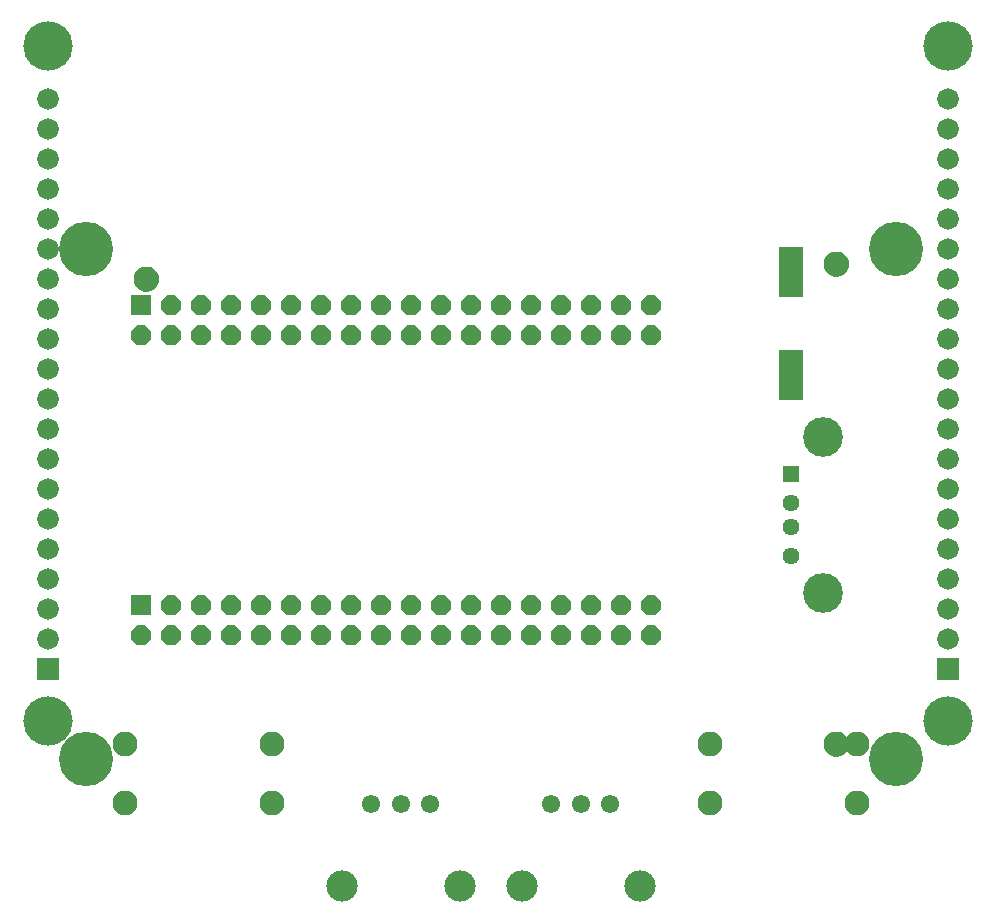
<source format=gbr>
G04 EAGLE Gerber RS-274X export*
G75*
%MOMM*%
%FSLAX34Y34*%
%LPD*%
%INSoldermask Bottom*%
%IPPOS*%
%AMOC8*
5,1,8,0,0,1.08239X$1,22.5*%
G01*
%ADD10R,1.676400X1.676400*%
%ADD11P,1.814519X8X22.500000*%
%ADD12C,1.552400*%
%ADD13C,2.652400*%
%ADD14C,2.112400*%
%ADD15C,4.597400*%
%ADD16C,0.609600*%
%ADD17C,1.168400*%
%ADD18R,1.440400X1.440400*%
%ADD19C,1.440400*%
%ADD20C,3.372400*%
%ADD21R,2.152400X4.252400*%
%ADD22R,1.828800X1.828800*%
%ADD23C,1.828800*%
%ADD24C,4.168400*%


D10*
X84500Y421900D03*
D11*
X84500Y396500D03*
X109900Y421900D03*
X109900Y396500D03*
X135300Y421900D03*
X135300Y396500D03*
X160700Y421900D03*
X160700Y396500D03*
X186100Y421900D03*
X186100Y396500D03*
X211500Y421900D03*
X211500Y396500D03*
X236900Y421900D03*
X236900Y396500D03*
X262300Y421900D03*
X262300Y396500D03*
X287700Y421900D03*
X287700Y396500D03*
X313100Y421900D03*
X313100Y396500D03*
X338500Y421900D03*
X338500Y396500D03*
X363900Y421900D03*
X363900Y396500D03*
X389300Y421900D03*
X389300Y396500D03*
X414700Y421900D03*
X414700Y396500D03*
X440100Y421900D03*
X440100Y396500D03*
X465500Y421900D03*
X465500Y396500D03*
X490900Y421900D03*
X490900Y396500D03*
X516300Y421900D03*
X516300Y396500D03*
D10*
X84500Y167900D03*
D11*
X84500Y142500D03*
X109900Y167900D03*
X109900Y142500D03*
X135300Y167900D03*
X135300Y142500D03*
X160700Y167900D03*
X160700Y142500D03*
X186100Y167900D03*
X186100Y142500D03*
X211500Y167900D03*
X211500Y142500D03*
X236900Y167900D03*
X236900Y142500D03*
X262300Y167900D03*
X262300Y142500D03*
X287700Y167900D03*
X287700Y142500D03*
X313100Y167900D03*
X313100Y142500D03*
X338500Y167900D03*
X338500Y142500D03*
X363900Y167900D03*
X363900Y142500D03*
X389300Y167900D03*
X389300Y142500D03*
X414700Y167900D03*
X414700Y142500D03*
X440100Y167900D03*
X440100Y142500D03*
X465500Y167900D03*
X465500Y142500D03*
X490900Y167900D03*
X490900Y142500D03*
X516300Y167900D03*
X516300Y142500D03*
D12*
X482200Y0D03*
X457200Y0D03*
X432200Y0D03*
D13*
X507200Y-70000D03*
X407200Y-70000D03*
D14*
X70850Y400D03*
X70850Y50400D03*
X195850Y50400D03*
X195850Y400D03*
D15*
X38100Y469900D03*
X38100Y38100D03*
X723900Y38100D03*
X723900Y469900D03*
D16*
X81280Y444500D02*
X81282Y444687D01*
X81289Y444874D01*
X81301Y445061D01*
X81317Y445247D01*
X81337Y445433D01*
X81362Y445618D01*
X81392Y445803D01*
X81426Y445987D01*
X81465Y446170D01*
X81508Y446352D01*
X81556Y446532D01*
X81608Y446712D01*
X81665Y446890D01*
X81725Y447067D01*
X81791Y447242D01*
X81860Y447416D01*
X81934Y447588D01*
X82012Y447758D01*
X82094Y447926D01*
X82180Y448092D01*
X82270Y448256D01*
X82364Y448417D01*
X82462Y448577D01*
X82564Y448733D01*
X82670Y448888D01*
X82780Y449039D01*
X82893Y449188D01*
X83010Y449334D01*
X83130Y449477D01*
X83254Y449617D01*
X83381Y449754D01*
X83512Y449888D01*
X83646Y450019D01*
X83783Y450146D01*
X83923Y450270D01*
X84066Y450390D01*
X84212Y450507D01*
X84361Y450620D01*
X84512Y450730D01*
X84667Y450836D01*
X84823Y450938D01*
X84983Y451036D01*
X85144Y451130D01*
X85308Y451220D01*
X85474Y451306D01*
X85642Y451388D01*
X85812Y451466D01*
X85984Y451540D01*
X86158Y451609D01*
X86333Y451675D01*
X86510Y451735D01*
X86688Y451792D01*
X86868Y451844D01*
X87048Y451892D01*
X87230Y451935D01*
X87413Y451974D01*
X87597Y452008D01*
X87782Y452038D01*
X87967Y452063D01*
X88153Y452083D01*
X88339Y452099D01*
X88526Y452111D01*
X88713Y452118D01*
X88900Y452120D01*
X89087Y452118D01*
X89274Y452111D01*
X89461Y452099D01*
X89647Y452083D01*
X89833Y452063D01*
X90018Y452038D01*
X90203Y452008D01*
X90387Y451974D01*
X90570Y451935D01*
X90752Y451892D01*
X90932Y451844D01*
X91112Y451792D01*
X91290Y451735D01*
X91467Y451675D01*
X91642Y451609D01*
X91816Y451540D01*
X91988Y451466D01*
X92158Y451388D01*
X92326Y451306D01*
X92492Y451220D01*
X92656Y451130D01*
X92817Y451036D01*
X92977Y450938D01*
X93133Y450836D01*
X93288Y450730D01*
X93439Y450620D01*
X93588Y450507D01*
X93734Y450390D01*
X93877Y450270D01*
X94017Y450146D01*
X94154Y450019D01*
X94288Y449888D01*
X94419Y449754D01*
X94546Y449617D01*
X94670Y449477D01*
X94790Y449334D01*
X94907Y449188D01*
X95020Y449039D01*
X95130Y448888D01*
X95236Y448733D01*
X95338Y448577D01*
X95436Y448417D01*
X95530Y448256D01*
X95620Y448092D01*
X95706Y447926D01*
X95788Y447758D01*
X95866Y447588D01*
X95940Y447416D01*
X96009Y447242D01*
X96075Y447067D01*
X96135Y446890D01*
X96192Y446712D01*
X96244Y446532D01*
X96292Y446352D01*
X96335Y446170D01*
X96374Y445987D01*
X96408Y445803D01*
X96438Y445618D01*
X96463Y445433D01*
X96483Y445247D01*
X96499Y445061D01*
X96511Y444874D01*
X96518Y444687D01*
X96520Y444500D01*
X96518Y444313D01*
X96511Y444126D01*
X96499Y443939D01*
X96483Y443753D01*
X96463Y443567D01*
X96438Y443382D01*
X96408Y443197D01*
X96374Y443013D01*
X96335Y442830D01*
X96292Y442648D01*
X96244Y442468D01*
X96192Y442288D01*
X96135Y442110D01*
X96075Y441933D01*
X96009Y441758D01*
X95940Y441584D01*
X95866Y441412D01*
X95788Y441242D01*
X95706Y441074D01*
X95620Y440908D01*
X95530Y440744D01*
X95436Y440583D01*
X95338Y440423D01*
X95236Y440267D01*
X95130Y440112D01*
X95020Y439961D01*
X94907Y439812D01*
X94790Y439666D01*
X94670Y439523D01*
X94546Y439383D01*
X94419Y439246D01*
X94288Y439112D01*
X94154Y438981D01*
X94017Y438854D01*
X93877Y438730D01*
X93734Y438610D01*
X93588Y438493D01*
X93439Y438380D01*
X93288Y438270D01*
X93133Y438164D01*
X92977Y438062D01*
X92817Y437964D01*
X92656Y437870D01*
X92492Y437780D01*
X92326Y437694D01*
X92158Y437612D01*
X91988Y437534D01*
X91816Y437460D01*
X91642Y437391D01*
X91467Y437325D01*
X91290Y437265D01*
X91112Y437208D01*
X90932Y437156D01*
X90752Y437108D01*
X90570Y437065D01*
X90387Y437026D01*
X90203Y436992D01*
X90018Y436962D01*
X89833Y436937D01*
X89647Y436917D01*
X89461Y436901D01*
X89274Y436889D01*
X89087Y436882D01*
X88900Y436880D01*
X88713Y436882D01*
X88526Y436889D01*
X88339Y436901D01*
X88153Y436917D01*
X87967Y436937D01*
X87782Y436962D01*
X87597Y436992D01*
X87413Y437026D01*
X87230Y437065D01*
X87048Y437108D01*
X86868Y437156D01*
X86688Y437208D01*
X86510Y437265D01*
X86333Y437325D01*
X86158Y437391D01*
X85984Y437460D01*
X85812Y437534D01*
X85642Y437612D01*
X85474Y437694D01*
X85308Y437780D01*
X85144Y437870D01*
X84983Y437964D01*
X84823Y438062D01*
X84667Y438164D01*
X84512Y438270D01*
X84361Y438380D01*
X84212Y438493D01*
X84066Y438610D01*
X83923Y438730D01*
X83783Y438854D01*
X83646Y438981D01*
X83512Y439112D01*
X83381Y439246D01*
X83254Y439383D01*
X83130Y439523D01*
X83010Y439666D01*
X82893Y439812D01*
X82780Y439961D01*
X82670Y440112D01*
X82564Y440267D01*
X82462Y440423D01*
X82364Y440583D01*
X82270Y440744D01*
X82180Y440908D01*
X82094Y441074D01*
X82012Y441242D01*
X81934Y441412D01*
X81860Y441584D01*
X81791Y441758D01*
X81725Y441933D01*
X81665Y442110D01*
X81608Y442288D01*
X81556Y442468D01*
X81508Y442648D01*
X81465Y442830D01*
X81426Y443013D01*
X81392Y443197D01*
X81362Y443382D01*
X81337Y443567D01*
X81317Y443753D01*
X81301Y443939D01*
X81289Y444126D01*
X81282Y444313D01*
X81280Y444500D01*
D17*
X88900Y444500D03*
D16*
X665480Y457200D02*
X665482Y457387D01*
X665489Y457574D01*
X665501Y457761D01*
X665517Y457947D01*
X665537Y458133D01*
X665562Y458318D01*
X665592Y458503D01*
X665626Y458687D01*
X665665Y458870D01*
X665708Y459052D01*
X665756Y459232D01*
X665808Y459412D01*
X665865Y459590D01*
X665925Y459767D01*
X665991Y459942D01*
X666060Y460116D01*
X666134Y460288D01*
X666212Y460458D01*
X666294Y460626D01*
X666380Y460792D01*
X666470Y460956D01*
X666564Y461117D01*
X666662Y461277D01*
X666764Y461433D01*
X666870Y461588D01*
X666980Y461739D01*
X667093Y461888D01*
X667210Y462034D01*
X667330Y462177D01*
X667454Y462317D01*
X667581Y462454D01*
X667712Y462588D01*
X667846Y462719D01*
X667983Y462846D01*
X668123Y462970D01*
X668266Y463090D01*
X668412Y463207D01*
X668561Y463320D01*
X668712Y463430D01*
X668867Y463536D01*
X669023Y463638D01*
X669183Y463736D01*
X669344Y463830D01*
X669508Y463920D01*
X669674Y464006D01*
X669842Y464088D01*
X670012Y464166D01*
X670184Y464240D01*
X670358Y464309D01*
X670533Y464375D01*
X670710Y464435D01*
X670888Y464492D01*
X671068Y464544D01*
X671248Y464592D01*
X671430Y464635D01*
X671613Y464674D01*
X671797Y464708D01*
X671982Y464738D01*
X672167Y464763D01*
X672353Y464783D01*
X672539Y464799D01*
X672726Y464811D01*
X672913Y464818D01*
X673100Y464820D01*
X673287Y464818D01*
X673474Y464811D01*
X673661Y464799D01*
X673847Y464783D01*
X674033Y464763D01*
X674218Y464738D01*
X674403Y464708D01*
X674587Y464674D01*
X674770Y464635D01*
X674952Y464592D01*
X675132Y464544D01*
X675312Y464492D01*
X675490Y464435D01*
X675667Y464375D01*
X675842Y464309D01*
X676016Y464240D01*
X676188Y464166D01*
X676358Y464088D01*
X676526Y464006D01*
X676692Y463920D01*
X676856Y463830D01*
X677017Y463736D01*
X677177Y463638D01*
X677333Y463536D01*
X677488Y463430D01*
X677639Y463320D01*
X677788Y463207D01*
X677934Y463090D01*
X678077Y462970D01*
X678217Y462846D01*
X678354Y462719D01*
X678488Y462588D01*
X678619Y462454D01*
X678746Y462317D01*
X678870Y462177D01*
X678990Y462034D01*
X679107Y461888D01*
X679220Y461739D01*
X679330Y461588D01*
X679436Y461433D01*
X679538Y461277D01*
X679636Y461117D01*
X679730Y460956D01*
X679820Y460792D01*
X679906Y460626D01*
X679988Y460458D01*
X680066Y460288D01*
X680140Y460116D01*
X680209Y459942D01*
X680275Y459767D01*
X680335Y459590D01*
X680392Y459412D01*
X680444Y459232D01*
X680492Y459052D01*
X680535Y458870D01*
X680574Y458687D01*
X680608Y458503D01*
X680638Y458318D01*
X680663Y458133D01*
X680683Y457947D01*
X680699Y457761D01*
X680711Y457574D01*
X680718Y457387D01*
X680720Y457200D01*
X680718Y457013D01*
X680711Y456826D01*
X680699Y456639D01*
X680683Y456453D01*
X680663Y456267D01*
X680638Y456082D01*
X680608Y455897D01*
X680574Y455713D01*
X680535Y455530D01*
X680492Y455348D01*
X680444Y455168D01*
X680392Y454988D01*
X680335Y454810D01*
X680275Y454633D01*
X680209Y454458D01*
X680140Y454284D01*
X680066Y454112D01*
X679988Y453942D01*
X679906Y453774D01*
X679820Y453608D01*
X679730Y453444D01*
X679636Y453283D01*
X679538Y453123D01*
X679436Y452967D01*
X679330Y452812D01*
X679220Y452661D01*
X679107Y452512D01*
X678990Y452366D01*
X678870Y452223D01*
X678746Y452083D01*
X678619Y451946D01*
X678488Y451812D01*
X678354Y451681D01*
X678217Y451554D01*
X678077Y451430D01*
X677934Y451310D01*
X677788Y451193D01*
X677639Y451080D01*
X677488Y450970D01*
X677333Y450864D01*
X677177Y450762D01*
X677017Y450664D01*
X676856Y450570D01*
X676692Y450480D01*
X676526Y450394D01*
X676358Y450312D01*
X676188Y450234D01*
X676016Y450160D01*
X675842Y450091D01*
X675667Y450025D01*
X675490Y449965D01*
X675312Y449908D01*
X675132Y449856D01*
X674952Y449808D01*
X674770Y449765D01*
X674587Y449726D01*
X674403Y449692D01*
X674218Y449662D01*
X674033Y449637D01*
X673847Y449617D01*
X673661Y449601D01*
X673474Y449589D01*
X673287Y449582D01*
X673100Y449580D01*
X672913Y449582D01*
X672726Y449589D01*
X672539Y449601D01*
X672353Y449617D01*
X672167Y449637D01*
X671982Y449662D01*
X671797Y449692D01*
X671613Y449726D01*
X671430Y449765D01*
X671248Y449808D01*
X671068Y449856D01*
X670888Y449908D01*
X670710Y449965D01*
X670533Y450025D01*
X670358Y450091D01*
X670184Y450160D01*
X670012Y450234D01*
X669842Y450312D01*
X669674Y450394D01*
X669508Y450480D01*
X669344Y450570D01*
X669183Y450664D01*
X669023Y450762D01*
X668867Y450864D01*
X668712Y450970D01*
X668561Y451080D01*
X668412Y451193D01*
X668266Y451310D01*
X668123Y451430D01*
X667983Y451554D01*
X667846Y451681D01*
X667712Y451812D01*
X667581Y451946D01*
X667454Y452083D01*
X667330Y452223D01*
X667210Y452366D01*
X667093Y452512D01*
X666980Y452661D01*
X666870Y452812D01*
X666764Y452967D01*
X666662Y453123D01*
X666564Y453283D01*
X666470Y453444D01*
X666380Y453608D01*
X666294Y453774D01*
X666212Y453942D01*
X666134Y454112D01*
X666060Y454284D01*
X665991Y454458D01*
X665925Y454633D01*
X665865Y454810D01*
X665808Y454988D01*
X665756Y455168D01*
X665708Y455348D01*
X665665Y455530D01*
X665626Y455713D01*
X665592Y455897D01*
X665562Y456082D01*
X665537Y456267D01*
X665517Y456453D01*
X665501Y456639D01*
X665489Y456826D01*
X665482Y457013D01*
X665480Y457200D01*
D17*
X673100Y457200D03*
D16*
X665480Y50800D02*
X665482Y50987D01*
X665489Y51174D01*
X665501Y51361D01*
X665517Y51547D01*
X665537Y51733D01*
X665562Y51918D01*
X665592Y52103D01*
X665626Y52287D01*
X665665Y52470D01*
X665708Y52652D01*
X665756Y52832D01*
X665808Y53012D01*
X665865Y53190D01*
X665925Y53367D01*
X665991Y53542D01*
X666060Y53716D01*
X666134Y53888D01*
X666212Y54058D01*
X666294Y54226D01*
X666380Y54392D01*
X666470Y54556D01*
X666564Y54717D01*
X666662Y54877D01*
X666764Y55033D01*
X666870Y55188D01*
X666980Y55339D01*
X667093Y55488D01*
X667210Y55634D01*
X667330Y55777D01*
X667454Y55917D01*
X667581Y56054D01*
X667712Y56188D01*
X667846Y56319D01*
X667983Y56446D01*
X668123Y56570D01*
X668266Y56690D01*
X668412Y56807D01*
X668561Y56920D01*
X668712Y57030D01*
X668867Y57136D01*
X669023Y57238D01*
X669183Y57336D01*
X669344Y57430D01*
X669508Y57520D01*
X669674Y57606D01*
X669842Y57688D01*
X670012Y57766D01*
X670184Y57840D01*
X670358Y57909D01*
X670533Y57975D01*
X670710Y58035D01*
X670888Y58092D01*
X671068Y58144D01*
X671248Y58192D01*
X671430Y58235D01*
X671613Y58274D01*
X671797Y58308D01*
X671982Y58338D01*
X672167Y58363D01*
X672353Y58383D01*
X672539Y58399D01*
X672726Y58411D01*
X672913Y58418D01*
X673100Y58420D01*
X673287Y58418D01*
X673474Y58411D01*
X673661Y58399D01*
X673847Y58383D01*
X674033Y58363D01*
X674218Y58338D01*
X674403Y58308D01*
X674587Y58274D01*
X674770Y58235D01*
X674952Y58192D01*
X675132Y58144D01*
X675312Y58092D01*
X675490Y58035D01*
X675667Y57975D01*
X675842Y57909D01*
X676016Y57840D01*
X676188Y57766D01*
X676358Y57688D01*
X676526Y57606D01*
X676692Y57520D01*
X676856Y57430D01*
X677017Y57336D01*
X677177Y57238D01*
X677333Y57136D01*
X677488Y57030D01*
X677639Y56920D01*
X677788Y56807D01*
X677934Y56690D01*
X678077Y56570D01*
X678217Y56446D01*
X678354Y56319D01*
X678488Y56188D01*
X678619Y56054D01*
X678746Y55917D01*
X678870Y55777D01*
X678990Y55634D01*
X679107Y55488D01*
X679220Y55339D01*
X679330Y55188D01*
X679436Y55033D01*
X679538Y54877D01*
X679636Y54717D01*
X679730Y54556D01*
X679820Y54392D01*
X679906Y54226D01*
X679988Y54058D01*
X680066Y53888D01*
X680140Y53716D01*
X680209Y53542D01*
X680275Y53367D01*
X680335Y53190D01*
X680392Y53012D01*
X680444Y52832D01*
X680492Y52652D01*
X680535Y52470D01*
X680574Y52287D01*
X680608Y52103D01*
X680638Y51918D01*
X680663Y51733D01*
X680683Y51547D01*
X680699Y51361D01*
X680711Y51174D01*
X680718Y50987D01*
X680720Y50800D01*
X680718Y50613D01*
X680711Y50426D01*
X680699Y50239D01*
X680683Y50053D01*
X680663Y49867D01*
X680638Y49682D01*
X680608Y49497D01*
X680574Y49313D01*
X680535Y49130D01*
X680492Y48948D01*
X680444Y48768D01*
X680392Y48588D01*
X680335Y48410D01*
X680275Y48233D01*
X680209Y48058D01*
X680140Y47884D01*
X680066Y47712D01*
X679988Y47542D01*
X679906Y47374D01*
X679820Y47208D01*
X679730Y47044D01*
X679636Y46883D01*
X679538Y46723D01*
X679436Y46567D01*
X679330Y46412D01*
X679220Y46261D01*
X679107Y46112D01*
X678990Y45966D01*
X678870Y45823D01*
X678746Y45683D01*
X678619Y45546D01*
X678488Y45412D01*
X678354Y45281D01*
X678217Y45154D01*
X678077Y45030D01*
X677934Y44910D01*
X677788Y44793D01*
X677639Y44680D01*
X677488Y44570D01*
X677333Y44464D01*
X677177Y44362D01*
X677017Y44264D01*
X676856Y44170D01*
X676692Y44080D01*
X676526Y43994D01*
X676358Y43912D01*
X676188Y43834D01*
X676016Y43760D01*
X675842Y43691D01*
X675667Y43625D01*
X675490Y43565D01*
X675312Y43508D01*
X675132Y43456D01*
X674952Y43408D01*
X674770Y43365D01*
X674587Y43326D01*
X674403Y43292D01*
X674218Y43262D01*
X674033Y43237D01*
X673847Y43217D01*
X673661Y43201D01*
X673474Y43189D01*
X673287Y43182D01*
X673100Y43180D01*
X672913Y43182D01*
X672726Y43189D01*
X672539Y43201D01*
X672353Y43217D01*
X672167Y43237D01*
X671982Y43262D01*
X671797Y43292D01*
X671613Y43326D01*
X671430Y43365D01*
X671248Y43408D01*
X671068Y43456D01*
X670888Y43508D01*
X670710Y43565D01*
X670533Y43625D01*
X670358Y43691D01*
X670184Y43760D01*
X670012Y43834D01*
X669842Y43912D01*
X669674Y43994D01*
X669508Y44080D01*
X669344Y44170D01*
X669183Y44264D01*
X669023Y44362D01*
X668867Y44464D01*
X668712Y44570D01*
X668561Y44680D01*
X668412Y44793D01*
X668266Y44910D01*
X668123Y45030D01*
X667983Y45154D01*
X667846Y45281D01*
X667712Y45412D01*
X667581Y45546D01*
X667454Y45683D01*
X667330Y45823D01*
X667210Y45966D01*
X667093Y46112D01*
X666980Y46261D01*
X666870Y46412D01*
X666764Y46567D01*
X666662Y46723D01*
X666564Y46883D01*
X666470Y47044D01*
X666380Y47208D01*
X666294Y47374D01*
X666212Y47542D01*
X666134Y47712D01*
X666060Y47884D01*
X665991Y48058D01*
X665925Y48233D01*
X665865Y48410D01*
X665808Y48588D01*
X665756Y48768D01*
X665708Y48948D01*
X665665Y49130D01*
X665626Y49313D01*
X665592Y49497D01*
X665562Y49682D01*
X665537Y49867D01*
X665517Y50053D01*
X665501Y50239D01*
X665489Y50426D01*
X665482Y50613D01*
X665480Y50800D01*
D17*
X673100Y50800D03*
D18*
X635000Y279400D03*
D19*
X635000Y254400D03*
X635000Y234400D03*
X635000Y209400D03*
D20*
X662100Y310100D03*
X662100Y178700D03*
D21*
X635000Y362900D03*
X635000Y449900D03*
D22*
X6350Y114300D03*
D23*
X6350Y139700D03*
X6350Y165100D03*
X6350Y190500D03*
X6350Y215900D03*
X6350Y241300D03*
X6350Y266700D03*
X6350Y292100D03*
X6350Y317500D03*
X6350Y342900D03*
X6350Y368300D03*
X6350Y393700D03*
X6350Y419100D03*
X6350Y444500D03*
X6350Y469900D03*
X6350Y495300D03*
X6350Y520700D03*
X6350Y546100D03*
X6350Y571500D03*
X6350Y596900D03*
D22*
X768350Y114300D03*
D23*
X768350Y139700D03*
X768350Y165100D03*
X768350Y190500D03*
X768350Y215900D03*
X768350Y241300D03*
X768350Y266700D03*
X768350Y292100D03*
X768350Y317500D03*
X768350Y342900D03*
X768350Y368300D03*
X768350Y393700D03*
X768350Y419100D03*
X768350Y444500D03*
X768350Y469900D03*
X768350Y495300D03*
X768350Y520700D03*
X768350Y546100D03*
X768350Y571500D03*
X768350Y596900D03*
D24*
X768350Y69850D03*
X768350Y641350D03*
X6350Y69850D03*
X6350Y641350D03*
D12*
X329800Y0D03*
X304800Y0D03*
X279800Y0D03*
D13*
X354800Y-70000D03*
X254800Y-70000D03*
D14*
X566150Y400D03*
X566150Y50400D03*
X691150Y50400D03*
X691150Y400D03*
M02*

</source>
